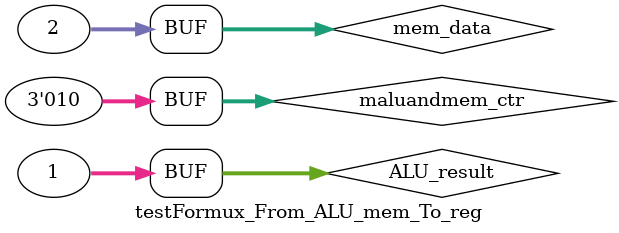
<source format=v>
`timescale 1ns / 1ps


module testFormux_From_ALU_mem_To_reg;

    reg [2:0] maluandmem_ctr;
    reg [31:0] ALU_result;
    reg [31:0] mem_data;

    wire [31:0] maluandmem_out;

    mux_From_ALU_mem_To_reg mux_From_ALU_mem_To_reg0(
        .maluandmem_ctr(maluandmem_ctr),
        .ALU_result(ALU_result),
        .mem_data(mem_data),
        .maluandmem_out(maluandmem_out)
    );

    initial begin
        maluandmem_ctr=3'b000;
        ALU_result=32'b0000_0000_0000_0000_0000_0000_0000_0001;
        mem_data=32'b0000_0000_0000_0000_0000_0000_0000_0010;
        
        #10
        maluandmem_ctr=3'b001;
        #10
        maluandmem_ctr=3'b010;
    end

endmodule

</source>
